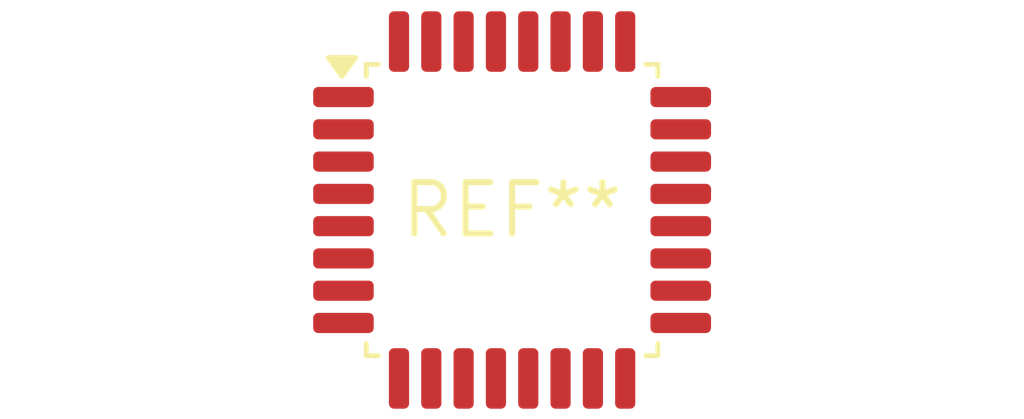
<source format=kicad_pcb>
(kicad_pcb (version 20240108) (generator pcbnew)
  (layers (0 "F.Cu" signal) (31 "B.Cu" signal) (34 "B.Paste" user) (35 "F.Paste" user) (36 "B.SilkS" user "B.Silkscreen") (37 "F.SilkS" user "F.Silkscreen") (38 "B.Mask" user) (39 "F.Mask" user) (44 "Edge.Cuts" user))
  (net 0 "")
  (footprint "LQFP-32_7x7mm_P0.8mm" (layer "F.Cu") (at 0 0)
    (property "Reference" "REF**")
    (property "Value" "LQFP-32_7x7mm_P0.8mm")
    (fp_line (start -3.61 -3.61) (end -3.61 -3.31) (layer "F.SilkS") (stroke (width 0.12)))
    (fp_line (start -3.61 3.61) (end -3.61 3.31) (layer "F.SilkS") (stroke (width 0.12)))
    (fp_line (start -3.31 -3.61) (end -3.61 -3.61) (layer "F.SilkS") (stroke (width 0.12)))
    (fp_line (start -3.31 3.61) (end -3.61 3.61) (layer "F.SilkS") (stroke (width 0.12)))
    (fp_line (start 3.31 -3.61) (end 3.61 -3.61) (layer "F.SilkS") (stroke (width 0.12)))
    (fp_line (start 3.31 3.61) (end 3.61 3.61) (layer "F.SilkS") (stroke (width 0.12)))
    (fp_line (start 3.61 -3.61) (end 3.61 -3.31) (layer "F.SilkS") (stroke (width 0.12)))
    (fp_line (start 3.61 3.61) (end 3.61 3.31) (layer "F.SilkS") (stroke (width 0.12)))
    (fp_poly (pts (xy -4.2125 -3.31) (xy -4.5525 -3.78) (xy -3.8725 -3.78) (xy -4.2125 -3.31)) (layer "F.SilkS") (stroke (width 0.12)) (fill solid))
    (pad "1" smd roundrect (at -4.175 -2.8) (size 1.5 0.5) (layers "F.Cu" "F.Paste" "F.Mask"))
    (pad "2" smd roundrect (at -4.175 -2) (size 1.5 0.5) (layers "F.Cu" "F.Paste" "F.Mask"))
    (pad "3" smd roundrect (at -4.175 -1.2) (size 1.5 0.5) (layers "F.Cu" "F.Paste" "F.Mask"))
    (pad "4" smd roundrect (at -4.175 -0.4) (size 1.5 0.5) (layers "F.Cu" "F.Paste" "F.Mask"))
    (pad "5" smd roundrect (at -4.175 0.4) (size 1.5 0.5) (layers "F.Cu" "F.Paste" "F.Mask"))
    (pad "6" smd roundrect (at -4.175 1.2) (size 1.5 0.5) (layers "F.Cu" "F.Paste" "F.Mask"))
    (pad "7" smd roundrect (at -4.175 2) (size 1.5 0.5) (layers "F.Cu" "F.Paste" "F.Mask"))
    (pad "8" smd roundrect (at -4.175 2.8) (size 1.5 0.5) (layers "F.Cu" "F.Paste" "F.Mask"))
    (pad "9" smd roundrect (at -2.8 4.175) (size 0.5 1.5) (layers "F.Cu" "F.Paste" "F.Mask"))
    (pad "10" smd roundrect (at -2 4.175) (size 0.5 1.5) (layers "F.Cu" "F.Paste" "F.Mask"))
    (pad "11" smd roundrect (at -1.2 4.175) (size 0.5 1.5) (layers "F.Cu" "F.Paste" "F.Mask"))
    (pad "12" smd roundrect (at -0.4 4.175) (size 0.5 1.5) (layers "F.Cu" "F.Paste" "F.Mask"))
    (pad "13" smd roundrect (at 0.4 4.175) (size 0.5 1.5) (layers "F.Cu" "F.Paste" "F.Mask"))
    (pad "14" smd roundrect (at 1.2 4.175) (size 0.5 1.5) (layers "F.Cu" "F.Paste" "F.Mask"))
    (pad "15" smd roundrect (at 2 4.175) (size 0.5 1.5) (layers "F.Cu" "F.Paste" "F.Mask"))
    (pad "16" smd roundrect (at 2.8 4.175) (size 0.5 1.5) (layers "F.Cu" "F.Paste" "F.Mask"))
    (pad "17" smd roundrect (at 4.175 2.8) (size 1.5 0.5) (layers "F.Cu" "F.Paste" "F.Mask"))
    (pad "18" smd roundrect (at 4.175 2) (size 1.5 0.5) (layers "F.Cu" "F.Paste" "F.Mask"))
    (pad "19" smd roundrect (at 4.175 1.2) (size 1.5 0.5) (layers "F.Cu" "F.Paste" "F.Mask"))
    (pad "20" smd roundrect (at 4.175 0.4) (size 1.5 0.5) (layers "F.Cu" "F.Paste" "F.Mask"))
    (pad "21" smd roundrect (at 4.175 -0.4) (size 1.5 0.5) (layers "F.Cu" "F.Paste" "F.Mask"))
    (pad "22" smd roundrect (at 4.175 -1.2) (size 1.5 0.5) (layers "F.Cu" "F.Paste" "F.Mask"))
    (pad "23" smd roundrect (at 4.175 -2) (size 1.5 0.5) (layers "F.Cu" "F.Paste" "F.Mask"))
    (pad "24" smd roundrect (at 4.175 -2.8) (size 1.5 0.5) (layers "F.Cu" "F.Paste" "F.Mask"))
    (pad "25" smd roundrect (at 2.8 -4.175) (size 0.5 1.5) (layers "F.Cu" "F.Paste" "F.Mask"))
    (pad "26" smd roundrect (at 2 -4.175) (size 0.5 1.5) (layers "F.Cu" "F.Paste" "F.Mask"))
    (pad "27" smd roundrect (at 1.2 -4.175) (size 0.5 1.5) (layers "F.Cu" "F.Paste" "F.Mask"))
    (pad "28" smd roundrect (at 0.4 -4.175) (size 0.5 1.5) (layers "F.Cu" "F.Paste" "F.Mask"))
    (pad "29" smd roundrect (at -0.4 -4.175) (size 0.5 1.5) (layers "F.Cu" "F.Paste" "F.Mask"))
    (pad "30" smd roundrect (at -1.2 -4.175) (size 0.5 1.5) (layers "F.Cu" "F.Paste" "F.Mask"))
    (pad "31" smd roundrect (at -2 -4.175) (size 0.5 1.5) (layers "F.Cu" "F.Paste" "F.Mask"))
    (pad "32" smd roundrect (at -2.8 -4.175) (size 0.5 1.5) (layers "F.Cu" "F.Paste" "F.Mask"))
  )
)
</source>
